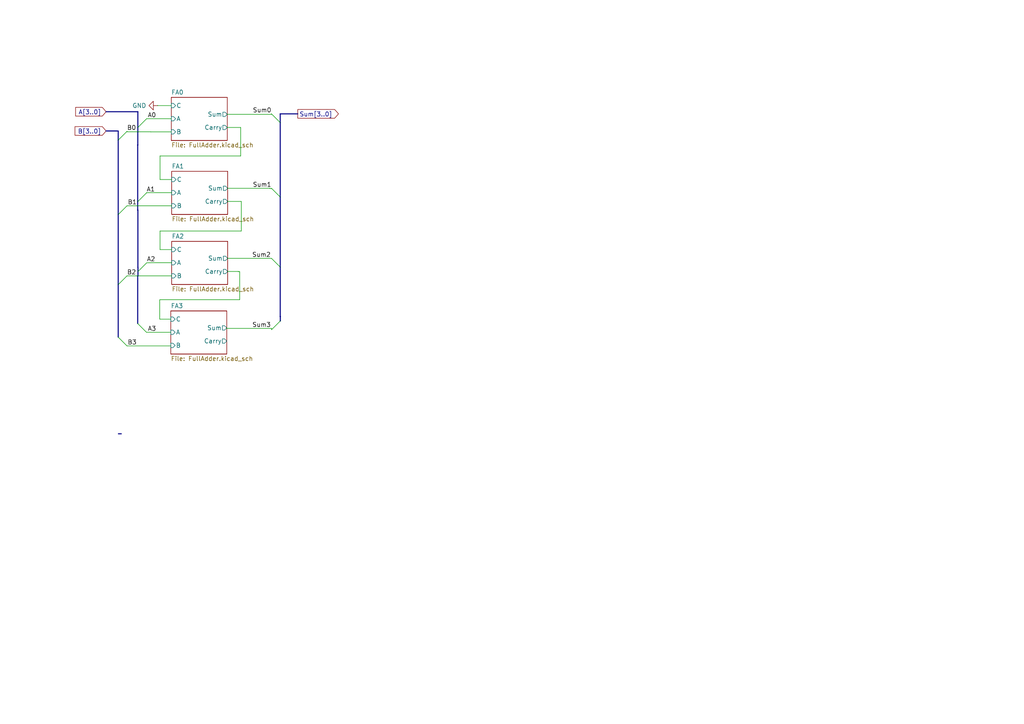
<source format=kicad_sch>
(kicad_sch (version 20231120) (generator "eeschema") (generator_version "8.0")
  (paper "A4")
  (lib_symbols
    (symbol "power:GND" (power) (pin_numbers hide) (pin_names (offset 0) hide)
      (property "Value" "GND" (at 0 -3.81 0))
      (symbol "GND_0_1"
        (polyline (pts (xy 0 0) (xy 0 -1.27) (xy 1.27 -1.27) (xy 0 -2.54) (xy -1.27 -1.27) (xy 0 -1.27)))
      )
      (symbol "GND_1_1"
        (pin power_in line (at 0 0 270) (length 0) (name "~") (number "1"))
      )
    )
  )
  (bus_entry (at 81.28 35.56) (size -2.54 -2.54))
  (bus_entry (at 40.0185 78.7532) (size 2.54 -2.54))
  (bus_entry (at 81.28 77.47) (size -2.54 -2.54))
  (bus_entry (at 39.9783 36.9736) (size 2.54 -2.54))
  (bus_entry (at 81.28 57.15) (size -2.54 -2.54))
  (bus_entry (at 34.29 62.23) (size 2.54 -2.54))
  (bus_entry (at 39.9366 58.4974) (size 2.54 -2.54))
  (bus_entry (at 81.3028 93.0874) (size -2.54 2.54))
  (bus_entry (at 34.29 40.64) (size 2.54 -2.54))
  (bus_entry (at 34.29 97.79) (size 2.54 2.54))
  (bus_entry (at 42.4766 96.3764) (size -2.54 -2.54))
  (bus_entry (at 34.29 82.55) (size 2.54 -2.54))
  (wire (pts (xy 36.83 100.33) (xy 49.53 100.33)))
  (bus (pts (xy 40.0185 77.5393) (xy 40.0185 78.7532)))
  (bus (pts (xy 35.1796 125.8154) (xy 34.3438 125.8154)))
  (wire (pts (xy 66.04 54.61) (xy 78.2747 54.61)))
  (wire (pts (xy 46.4184 52.07) (xy 49.8 52.07)))
  (bus (pts (xy 34.29 38.1) (xy 34.29 40.64)))
  (wire (pts (xy 46.4184 72.39) (xy 49.8 72.39)))
  (bus (pts (xy 39.9783 36.9736) (xy 39.9783 38.2436)))
  (wire (pts (xy 49.6736 34.4336) (xy 42.5183 34.4336)))
  (wire (pts (xy 66.04 58.42) (xy 69.9866 58.42)))
  (wire (pts (xy 69.1568 78.74) (xy 69.1568 78.7724)))
  (wire (pts (xy 69.1568 78.7724) (xy 69.529 78.7724)))
  (bus (pts (xy 34.29 62.23) (xy 34.29 82.55)))
  (wire (pts (xy 65.9136 36.9736) (xy 69.8114 36.9736)))
  (bus (pts (xy 40.0185 77.5393) (xy 39.9904 77.5393)))
  (wire (pts (xy 49.6736 30.6236) (xy 45.7445 30.6236)))
  (wire (pts (xy 36.83 59.69) (xy 49.8 59.69)))
  (wire (pts (xy 78.7628 95.25) (xy 78.7628 95.6274)))
  (wire (pts (xy 65.77 95.25) (xy 65.77 95.1064)))
  (bus (pts (xy 30.7757 32.4029) (xy 39.9783 32.4029)))
  (bus (pts (xy 81.3028 93.0874) (xy 81.3028 91.8174)))
  (wire (pts (xy 69.9866 67.0081) (xy 46.4184 67.0081)))
  (wire (pts (xy 78.74 54.6751) (xy 78.74 54.61)))
  (bus (pts (xy 40.0185 80.01) (xy 39.9366 80.01)))
  (wire (pts (xy 43.7162 38.2313) (xy 43.7162 38.2436)))
  (bus (pts (xy 39.9904 60.96) (xy 39.9366 60.96)))
  (wire (pts (xy 46.3309 92.5664) (xy 49.53 92.5664)))
  (wire (pts (xy 69.8114 36.9736) (xy 69.8114 45.2361)))
  (bus (pts (xy 39.9783 38.2436) (xy 39.9623 38.2436)))
  (wire (pts (xy 69.8114 45.2361) (xy 46.4184 45.2361)))
  (bus (pts (xy 81.28 35.56) (xy 81.28 57.15)))
  (wire (pts (xy 78.2747 54.6751) (xy 78.74 54.6751)))
  (bus (pts (xy 34.29 37.9853) (xy 30.7757 37.9853)))
  (bus (pts (xy 81.28 57.15) (xy 81.28 77.47)))
  (wire (pts (xy 49.53 96.3764) (xy 42.4766 96.3764)))
  (bus (pts (xy 40.0185 78.7532) (xy 40.0185 80.01)))
  (wire (pts (xy 43.7162 38.2436) (xy 49.6736 38.2436)))
  (wire (pts (xy 36.83 38.2313) (xy 36.83 38.1)))
  (bus (pts (xy 34.29 40.64) (xy 34.29 62.23)))
  (bus (pts (xy 81.28 77.47) (xy 81.28 91.8174)))
  (bus (pts (xy 81.28 33.02) (xy 81.28 35.56)))
  (wire (pts (xy 46.3309 86.929) (xy 46.3309 92.5664)))
  (wire (pts (xy 42.4766 55.88) (xy 42.4766 55.9574)))
  (wire (pts (xy 36.83 80.01) (xy 49.8 80.01)))
  (wire (pts (xy 78.2747 54.61) (xy 78.2747 54.6751)))
  (bus (pts (xy 86.36 33.02) (xy 81.28 33.02)))
  (wire (pts (xy 66.04 78.74) (xy 69.1568 78.74)))
  (wire (pts (xy 66.04 74.93) (xy 78.74 74.93)))
  (wire (pts (xy 46.4184 45.2361) (xy 46.4184 52.07)))
  (wire (pts (xy 65.9136 33.1636) (xy 78.74 33.1636)))
  (wire (pts (xy 43.8285 76.2132) (xy 43.8285 76.2)))
  (wire (pts (xy 78.74 33.1636) (xy 78.74 33.02)))
  (bus (pts (xy 39.9623 42.0536) (xy 39.9366 42.0536)))
  (wire (pts (xy 49.8 55.88) (xy 42.4766 55.88)))
  (wire (pts (xy 69.529 78.7724) (xy 69.529 86.929)))
  (bus (pts (xy 34.29 82.55) (xy 34.29 97.79)))
  (bus (pts (xy 39.9366 42.0536) (xy 39.9366 58.4974)))
  (wire (pts (xy 69.529 86.929) (xy 46.3309 86.929)))
  (bus (pts (xy 39.9366 80.01) (xy 39.9366 93.8364)))
  (wire (pts (xy 43.8285 76.2132) (xy 42.5585 76.2132)))
  (bus (pts (xy 81.28 93.0874) (xy 81.3028 93.0874)))
  (bus (pts (xy 39.9783 32.4029) (xy 39.9783 36.9736)))
  (wire (pts (xy 46.4184 67.0081) (xy 46.4184 72.39)))
  (wire (pts (xy 45.7445 30.6236) (xy 45.7445 30.6283)))
  (wire (pts (xy 43.8285 76.2) (xy 49.8 76.2)))
  (wire (pts (xy 69.9866 58.42) (xy 69.9866 67.0081)))
  (wire (pts (xy 65.77 95.25) (xy 78.7628 95.25)))
  (bus (pts (xy 39.9904 60.96) (xy 39.9904 77.5393)))
  (bus (pts (xy 81.3028 91.8174) (xy 81.28 91.8174)))
  (bus (pts (xy 39.9623 38.2436) (xy 39.9623 42.0536)))
  (bus (pts (xy 39.9366 60.96) (xy 39.9366 58.4974)))
  (wire (pts (xy 36.83 38.2313) (xy 43.7162 38.2313)))
  (label "A0" (at 42.8071 34.4336 0))
  (label "B2" (at 36.83 80.01 0))
  (label "B0" (at 36.83 38.1 0))
  (label "B3" (at 36.9849 100.33 0))
  (label "A2" (at 42.5585 76.2132 0))
  (label "A1" (at 42.4766 55.9574 0))
  (label "B1" (at 37.0278 59.69 0))
  (label "Sum0" (at 78.74 33.02 180))
  (label "Sum3" (at 78.5953 95.25 180))
  (label "Sum2" (at 78.5524 74.93 180))
  (label "A3" (at 42.8249 96.3764 0))
  (label "Sum1" (at 78.74 54.6123 180))
  (global_label "Sum[3..0]" (shape output) (at 86.36 33.02 0) (property "Intersheetrefs" "${INTERSHEET_REFS}" (effects (hide yes))))
  (global_label "A[3..0]" (shape input) (at 30.7757 32.4029 180) (property "Intersheetrefs" "${INTERSHEET_REFS}" (effects (hide yes))))
  (global_label "B[3..0]" (shape input) (at 30.7757 37.9853 180) (property "Intersheetrefs" "${INTERSHEET_REFS}" (effects (hide yes))))
  (symbol (lib_id "power:GND") (at 45.7445 30.6283 270) (unit 1)
    (property "Reference" "#PWR01" (effects (hide yes)))
    (property "Value" "GND" (at 42.4554 30.6282 90) (effects (justify right)))
    (property "Description" "Power symbol creates a global label with name \"GND\" , ground" (effects (hide yes)))
  )
  (sheet (at 49.6736 28.2272) (size 16.24 12.5189) (stroke (width 0.1524))
    (property "Sheetname" "FA0" (at 49.6736 27.5156 0) (effects (justify left bottom)))
    (property "Sheetfile" "FullAdder.kicad_sch" (at 49.6736 41.3307 0) (effects (justify left top)))
    (pin "A" input (at 49.6736 34.4336 180))
    (pin "C" input (at 49.6736 30.6236 180))
    (pin "B" input (at 49.6736 38.2436 180))
    (pin "Carry" output (at 65.9136 36.9736 0))
    (pin "Sum" output (at 65.9136 33.1636 0))
  )
  (sheet (at 49.8 49.6736) (size 16.24 12.5189) (stroke (width 0.1524))
    (property "Sheetname" "FA1" (at 49.8 48.962 0) (effects (justify left bottom)))
    (property "Sheetfile" "FullAdder.kicad_sch" (at 49.8 62.7771 0) (effects (justify left top)))
    (pin "A" input (at 49.8 55.88 180))
    (pin "C" input (at 49.8 52.07 180))
    (pin "B" input (at 49.8 59.69 180))
    (pin "Carry" output (at 66.04 58.42 0))
    (pin "Sum" output (at 66.04 54.61 0))
  )
  (sheet (at 49.53 90.17) (size 16.24 12.5189) (stroke (width 0.1524))
    (property "Sheetname" "FA3" (at 49.53 89.4584 0) (effects (justify left bottom)))
    (property "Sheetfile" "FullAdder.kicad_sch" (at 49.53 103.2735 0) (effects (justify left top)))
    (pin "A" input (at 49.53 96.3764 180))
    (pin "C" input (at 49.53 92.5664 180))
    (pin "B" input (at 49.53 100.1864 180))
    (pin "Carry" output (at 65.77 98.9164 0))
    (pin "Sum" output (at 65.77 95.1064 0))
  )
  (sheet (at 49.8 69.9936) (size 16.24 12.5189) (stroke (width 0.1524))
    (property "Sheetname" "FA2" (at 49.8 69.282 0) (effects (justify left bottom)))
    (property "Sheetfile" "FullAdder.kicad_sch" (at 49.8 83.0971 0) (effects (justify left top)))
    (pin "A" input (at 49.8 76.2 180))
    (pin "C" input (at 49.8 72.39 180))
    (pin "B" input (at 49.8 80.01 180))
    (pin "Carry" output (at 66.04 78.74 0))
    (pin "Sum" output (at 66.04 74.93 0))
  )
)
</source>
